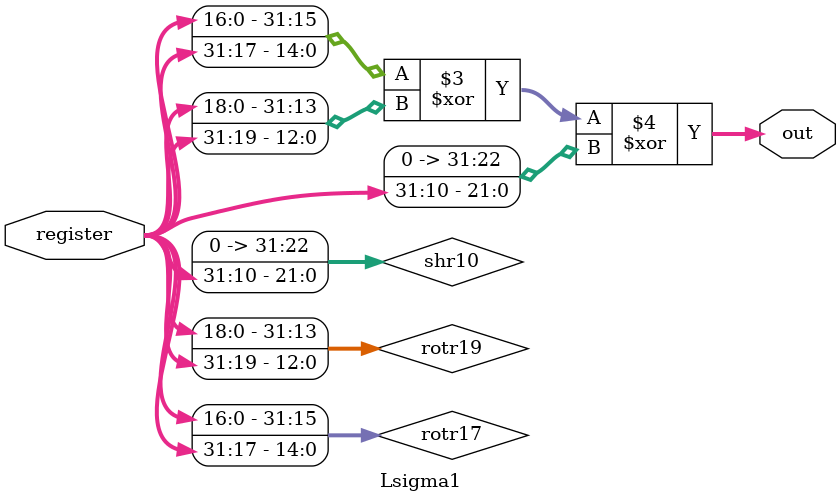
<source format=sv>
module Ch(input logic [31:0] reg1, reg2, reg3,
            output logic [31:0] out);

    always_comb
	 begin
        out = (reg1 & reg2) ^ (~reg1 & reg3);
    end

endmodule


module Maj(input logic [31:0] reg1, reg2, reg3,
            output logic [31:0] out);

    always_comb
	 begin
        out = (reg1 & reg2) ^ (reg1 & reg3) ^ (reg2 & reg3);
    end

endmodule


module Csigma0(input logic [31:0] register,
            output logic [31:0] out);

    logic [31:0] rotr2, rotr13, rotr22;

    always_comb
	 begin
        rotr2 = {register[1:0], register[31:2]};
        rotr13 = {register[12:0], register[31:13]};
        rotr22 = {register[21:0], register[31:22]};

        out = rotr2 ^ rotr13 ^ rotr22;
    end

endmodule


module Csigma1(input logic [31:0] register,
            output logic [31:0] out);

    logic [31:0] rotr6, rotr11, rotr25;

    always_comb
	 begin
        rotr6 = {register[5:0], register[31:6]};
        rotr11 = {register[10:0], register[31:11]};
        rotr25 = {register[24:0], register[31:25]};

        out = rotr6 ^ rotr11 ^ rotr25;
    end

endmodule


module Lsigma0(input logic [31:0] register,
            output logic [31:0] out);

    logic [31:0] rotr7, rotr18, shr3;

    always_comb
	 begin
        rotr7 = {register[6:0], register[31:7]};
        rotr18 = {register[17:0], register[31:18]};
        shr3 = register >> 3;

        out = rotr7 ^ rotr18 ^ shr3;
    end

endmodule


module Lsigma1(input logic [31:0] register,
            output logic [31:0] out);

    logic [31:0] rotr17, rotr19, shr10;

    always_comb
	 begin
        rotr17 = {register[16:0], register[31:17]};
        rotr19 = {register[18:0], register[31:19]};
        shr10 = register >> 10;

        out = rotr17 ^ rotr19 ^ shr10;
    end

endmodule
</source>
